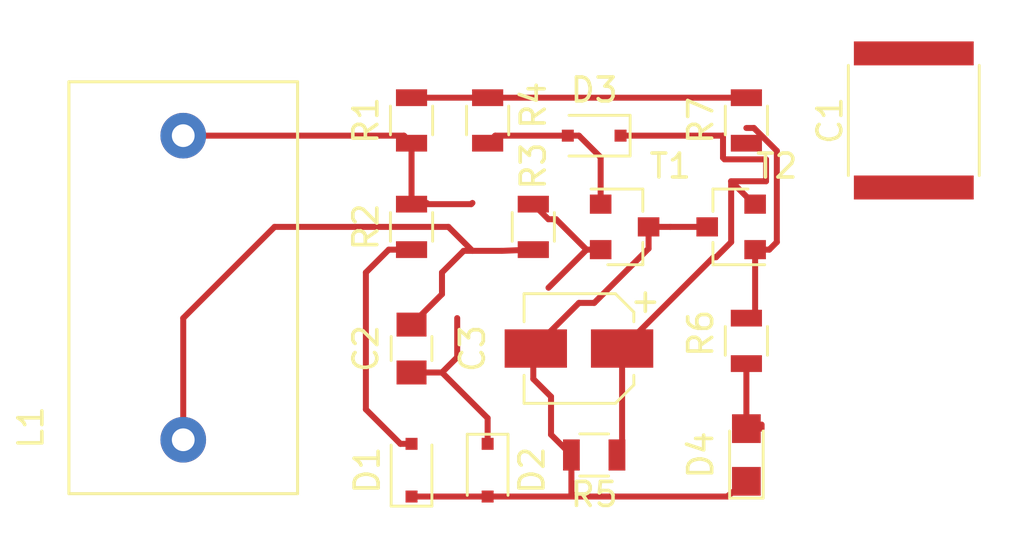
<source format=kicad_pcb>
(kicad_pcb (version 20211014) (generator pcbnew)
  (layers (0 "F.Cu" signal) (31 "B.Cu" signal) (34 "B.Paste" user) (35 "F.Paste" user) (36 "B.SilkS" user "B.Silkscreen") (37 "F.SilkS" user "F.Silkscreen") (38 "B.Mask" user) (39 "F.Mask" user) (44 "Edge.Cuts" user))
  (net 0 "")
  (net 1 "GND")
  (net 2 "Net-(D1-Pad2)")
  (net 3 "Net-(C1-Pad2)")
  (net 4 "+5P")
  (net 5 "Net-(C3-Pad1)")
  (net 6 "Net-(C1-Pad1)")
  (net 7 "Net-(D3-Pad2)")
  (net 8 "Net-(C2-Pad2)")
  (net 9 "Net-(D4-Pad2)")
  (net 10 "Net-(R6-Pad1)")
  (footprint "Diodes_SMD:D_SOD-323F" (layer "F.Cu") (at 73.025 83.82 90)
    (fp_text reference "D1" (at 0 -1.85 90) (layer "F.SilkS"))
    (fp_text value "1N4148")
    (fp_line (start -1.5 -0.85) (end 1.05 -0.85) (layer "F.SilkS") (width 0.12))
    (fp_line (start -1.5 -0.85) (end -1.5 0.85) (layer "F.SilkS") (width 0.12))
    (fp_line (start -1.5 0.85) (end 1.05 0.85) (layer "F.SilkS") (width 0.12))
    (pad "1" smd rect locked (at -1.1 0 90) (size 0.5 0.5) (layers "F.Cu" "F.Paste" "F.Mask") (net 1 "GND"))
    (pad "2" smd rect locked (at 1.1 0 90) (size 0.5 0.5) (layers "F.Cu" "F.Paste" "F.Mask") (net 2 "Net-(D1-Pad2)"))
  )
  (footprint "Diodes_SMD:D_SOD-323F" (layer "F.Cu") (at 76.2 83.82 -90)
    (fp_text reference "D2" (at 0 -1.85 90) (layer "F.SilkS"))
    (fp_text value "1N4148")
    (fp_line (start -1.5 0.85) (end 1.05 0.85) (layer "F.SilkS") (width 0.12))
    (fp_line (start -1.5 -0.85) (end 1.05 -0.85) (layer "F.SilkS") (width 0.12))
    (fp_line (start -1.5 -0.85) (end -1.5 0.85) (layer "F.SilkS") (width 0.12))
    (pad "1" smd rect locked (at -1.1 0 270) (size 0.5 0.5) (layers "F.Cu" "F.Paste" "F.Mask") (net 8 "Net-(C2-Pad2)"))
    (pad "2" smd rect locked (at 1.1 0 270) (size 0.5 0.5) (layers "F.Cu" "F.Paste" "F.Mask") (net 1 "GND"))
  )
  (footprint "Resistors_SMD:R_0805" (layer "F.Cu") (at 73.025 69.215 -90)
    (fp_text reference "R1" (at 0 1.905 90) (layer "F.SilkS"))
    (fp_text value "3k3")
    (fp_line (start 0.6 0.88) (end -0.6 0.88) (layer "F.SilkS") (width 0.12))
    (fp_line (start -0.6 -0.88) (end 0.6 -0.88) (layer "F.SilkS") (width 0.12))
    (pad "1" smd rect locked (at -0.95 0 270) (size 0.7 1.3) (layers "F.Cu" "F.Paste" "F.Mask") (net 4 "+5P"))
    (pad "2" smd rect locked (at 0.95 0 270) (size 0.7 1.3) (layers "F.Cu" "F.Paste" "F.Mask") (net 3 "Net-(C1-Pad2)"))
  )
  (footprint "Resistors_SMD:R_0805" (layer "F.Cu") (at 73.025 73.66 -90)
    (fp_text reference "R2" (at 0 1.905 90) (layer "F.SilkS"))
    (fp_text value "560")
    (fp_line (start 0.6 0.88) (end -0.6 0.88) (layer "F.SilkS") (width 0.12))
    (fp_line (start -0.6 -0.88) (end 0.6 -0.88) (layer "F.SilkS") (width 0.12))
    (pad "1" smd rect locked (at -0.95 0 270) (size 0.7 1.3) (layers "F.Cu" "F.Paste" "F.Mask") (net 3 "Net-(C1-Pad2)"))
    (pad "2" smd rect locked (at 0.95 0 270) (size 0.7 1.3) (layers "F.Cu" "F.Paste" "F.Mask") (net 2 "Net-(D1-Pad2)"))
  )
  (footprint "Resistors_SMD:R_0805" (layer "F.Cu") (at 78.105 73.66 -90)
    (fp_text reference "R3" (at -2.54 0 90) (layer "F.SilkS"))
    (fp_text value "220k")
    (fp_line (start -0.6 -0.88) (end 0.6 -0.88) (layer "F.SilkS") (width 0.12))
    (fp_line (start 0.6 0.88) (end -0.6 0.88) (layer "F.SilkS") (width 0.12))
    (pad "1" smd rect locked (at -0.95 0 270) (size 0.7 1.3) (layers "F.Cu" "F.Paste" "F.Mask") (net 8 "Net-(C2-Pad2)"))
    (pad "2" smd rect locked (at 0.95 0 270) (size 0.7 1.3) (layers "F.Cu" "F.Paste" "F.Mask") (net 6 "Net-(C1-Pad1)"))
  )
  (footprint "Resistors_SMD:R_0805" (layer "F.Cu") (at 76.2 69.215 -90)
    (fp_text reference "R4" (at -0.635 -1.905 90) (layer "F.SilkS"))
    (fp_text value "3k3")
    (fp_line (start 0.6 0.88) (end -0.6 0.88) (layer "F.SilkS") (width 0.12))
    (fp_line (start -0.6 -0.88) (end 0.6 -0.88) (layer "F.SilkS") (width 0.12))
    (pad "1" smd rect locked (at -0.95 0 270) (size 0.7 1.3) (layers "F.Cu" "F.Paste" "F.Mask") (net 4 "+5P"))
    (pad "2" smd rect locked (at 0.95 0 270) (size 0.7 1.3) (layers "F.Cu" "F.Paste" "F.Mask") (net 7 "Net-(D3-Pad2)"))
  )
  (footprint "Resistors_SMD:R_0805" (layer "F.Cu") (at 80.645 83.185 180)
    (fp_text reference "R5" (at 0 -1.65) (layer "F.SilkS"))
    (fp_text value "220k")
    (fp_line (start -0.6 -0.88) (end 0.6 -0.88) (layer "F.SilkS") (width 0.12))
    (fp_line (start 0.6 0.88) (end -0.6 0.88) (layer "F.SilkS") (width 0.12))
    (pad "1" smd rect locked (at -0.95 0 180) (size 0.7 1.3) (layers "F.Cu" "F.Paste" "F.Mask") (net 5 "Net-(C3-Pad1)"))
    (pad "2" smd rect locked (at 0.95 0 180) (size 0.7 1.3) (layers "F.Cu" "F.Paste" "F.Mask") (net 1 "GND"))
  )
  (footprint "Resistors_SMD:R_0805" (layer "F.Cu") (at 86.995 78.42 -90)
    (fp_text reference "R6" (at -0.315 1.905 90) (layer "F.SilkS"))
    (fp_text value "2k2")
    (fp_line (start 0.6 0.88) (end -0.6 0.88) (layer "F.SilkS") (width 0.12))
    (fp_line (start -0.6 -0.88) (end 0.6 -0.88) (layer "F.SilkS") (width 0.12))
    (pad "1" smd rect locked (at -0.95 0 270) (size 0.7 1.3) (layers "F.Cu" "F.Paste" "F.Mask") (net 10 "Net-(R6-Pad1)"))
    (pad "2" smd rect locked (at 0.95 0 270) (size 0.7 1.3) (layers "F.Cu" "F.Paste" "F.Mask") (net 9 "Net-(D4-Pad2)"))
  )
  (footprint "Resistors_SMD:R_0805" (layer "F.Cu") (at 86.995 69.215 -90)
    (fp_text reference "R7" (at 0 1.905 90) (layer "F.SilkS"))
    (fp_text value "10k")
    (fp_line (start 0.6 0.88) (end -0.6 0.88) (layer "F.SilkS") (width 0.12))
    (fp_line (start -0.6 -0.88) (end 0.6 -0.88) (layer "F.SilkS") (width 0.12))
    (pad "1" smd rect locked (at -0.95 0 270) (size 0.7 1.3) (layers "F.Cu" "F.Paste" "F.Mask") (net 4 "+5P"))
    (pad "2" smd rect locked (at 0.95 0 270) (size 0.7 1.3) (layers "F.Cu" "F.Paste" "F.Mask") (net 10 "Net-(R6-Pad1)"))
  )
  (footprint "TO_SOT_Packages_SMD:SOT-23" (layer "F.Cu") (at 81.915 73.66)
    (fp_text reference "T1" (at 1.905 -2.54) (layer "F.SilkS"))
    (fp_text value "BC547/BC847C")
    (fp_line (start 0.76 1.58) (end -0.7 1.58) (layer "F.SilkS") (width 0.12))
    (fp_line (start 0.76 1.58) (end 0.76 0.65) (layer "F.SilkS") (width 0.12))
    (fp_line (start 0.76 -1.58) (end 0.76 -0.65) (layer "F.SilkS") (width 0.12))
    (fp_line (start 0.76 -1.58) (end -1.4 -1.58) (layer "F.SilkS") (width 0.12))
    (pad "1" smd rect locked (at -1 -0.95) (size 0.9 0.8) (layers "F.Cu" "F.Paste" "F.Mask") (net 7 "Net-(D3-Pad2)"))
    (pad "2" smd rect locked (at -1 0.95) (size 0.9 0.8) (layers "F.Cu" "F.Paste" "F.Mask") (net 8 "Net-(C2-Pad2)"))
    (pad "3" smd rect locked (at 1 0) (size 0.9 0.8) (layers "F.Cu" "F.Paste" "F.Mask") (net 1 "GND"))
  )
  (footprint "TO_SOT_Packages_SMD:SOT-23" (layer "F.Cu") (at 86.36 73.66 180)
    (fp_text reference "T2" (at -1.905 2.54) (layer "F.SilkS"))
    (fp_text value "BS170")
    (fp_line (start 0.76 -1.58) (end 0.76 -0.65) (layer "F.SilkS") (width 0.12))
    (fp_line (start 0.76 -1.58) (end -1.4 -1.58) (layer "F.SilkS") (width 0.12))
    (fp_line (start 0.76 1.58) (end 0.76 0.65) (layer "F.SilkS") (width 0.12))
    (fp_line (start 0.76 1.58) (end -0.7 1.58) (layer "F.SilkS") (width 0.12))
    (pad "1" smd rect locked (at -1 -0.95 180) (size 0.9 0.8) (layers "F.Cu" "F.Paste" "F.Mask") (net 10 "Net-(R6-Pad1)"))
    (pad "2" smd rect locked (at -1 0.95 180) (size 0.9 0.8) (layers "F.Cu" "F.Paste" "F.Mask") (net 5 "Net-(C3-Pad1)"))
    (pad "3" smd rect locked (at 1 0 180) (size 0.9 0.8) (layers "F.Cu" "F.Paste" "F.Mask") (net 1 "GND"))
  )
  (footprint "Capacitors_SMD:C_0805" (layer "F.Cu") (at 73.025 78.74 -90)
    (fp_text reference "C2" (at 0 1.905 90) (layer "F.SilkS"))
    (fp_text value "10nF")
    (fp_line (start -0.5 0.85) (end 0.5 0.85) (layer "F.SilkS") (width 0.12))
    (fp_line (start 0.5 -0.85) (end -0.5 -0.85) (layer "F.SilkS") (width 0.12))
    (pad "1" smd rect locked (at -1 0 270) (size 1 1.25) (layers "F.Cu" "F.Paste" "F.Mask") (net 6 "Net-(C1-Pad1)"))
    (pad "2" smd rect locked (at 1 0 270) (size 1 1.25) (layers "F.Cu" "F.Paste" "F.Mask") (net 8 "Net-(C2-Pad2)"))
  )
  (footprint "LEDs:LED_0805" (layer "F.Cu") (at 86.995 83.185 90)
    (fp_text reference "D4" (at 0 -1.905 90) (layer "F.SilkS"))
    (fp_text value "LED")
    (fp_line (start -1.8 -0.7) (end -1.8 0.7) (layer "F.SilkS") (width 0.12))
    (fp_line (start -1.8 -0.7) (end 1 -0.7) (layer "F.SilkS") (width 0.12))
    (fp_line (start -1.8 0.7) (end 1 0.7) (layer "F.SilkS") (width 0.12))
    (pad "1" smd rect locked (at -1.1 0 270) (size 1.2 1.2) (layers "F.Cu" "F.Paste" "F.Mask") (net 1 "GND"))
    (pad "2" smd rect locked (at 1.1 0 270) (size 1.2 1.2) (layers "F.Cu" "F.Paste" "F.Mask") (net 9 "Net-(D4-Pad2)"))
  )
  (footprint "Capacitors_SMD:CP_Elec_4x5.3" (layer "F.Cu") (at 80.01 78.74 180)
    (fp_text reference "C3" (at 4.445 0 90) (layer "F.SilkS"))
    (fp_text value "1µF/16V")
    (fp_text user "+" (at -2.77 2.01) (layer "F.SilkS"))
    (fp_line (start -1.52 -2.29) (end -2.29 -1.52) (layer "F.SilkS") (width 0.12))
    (fp_line (start -2.29 1.52) (end -2.29 1.12) (layer "F.SilkS") (width 0.12))
    (fp_line (start 2.29 2.29) (end 2.29 1.12) (layer "F.SilkS") (width 0.12))
    (fp_line (start -1.52 2.29) (end -2.29 1.52) (layer "F.SilkS") (width 0.12))
    (fp_line (start -1.52 2.29) (end 2.29 2.29) (layer "F.SilkS") (width 0.12))
    (fp_line (start -1.52 -2.29) (end 2.29 -2.29) (layer "F.SilkS") (width 0.12))
    (fp_line (start -2.29 -1.52) (end -2.29 -1.12) (layer "F.SilkS") (width 0.12))
    (fp_line (start 2.29 -2.29) (end 2.29 -1.12) (layer "F.SilkS") (width 0.12))
    (pad "1" smd rect locked (at -1.8 0) (size 2.6 1.6) (layers "F.Cu" "F.Paste" "F.Mask") (net 5 "Net-(C3-Pad1)"))
    (pad "2" smd rect locked (at 1.8 0) (size 2.6 1.6) (layers "F.Cu" "F.Paste" "F.Mask") (net 1 "GND"))
  )
  (footprint "Diodes_SMD:D_SOD-323F" (layer "F.Cu") (at 80.645 69.85 180)
    (fp_text reference "D3" (at 0 1.905) (layer "F.SilkS"))
    (fp_text value "1N4148")
    (fp_line (start -1.5 0.85) (end 1.05 0.85) (layer "F.SilkS") (width 0.12))
    (fp_line (start -1.5 -0.85) (end -1.5 0.85) (layer "F.SilkS") (width 0.12))
    (fp_line (start -1.5 -0.85) (end 1.05 -0.85) (layer "F.SilkS") (width 0.12))
    (pad "1" smd rect locked (at -1.1 0 180) (size 0.5 0.5) (layers "F.Cu" "F.Paste" "F.Mask") (net 5 "Net-(C3-Pad1)"))
    (pad "2" smd rect locked (at 1.1 0 180) (size 0.5 0.5) (layers "F.Cu" "F.Paste" "F.Mask") (net 7 "Net-(D3-Pad2)"))
  )
  (footprint "Talema:AS-1xx" (layer "F.Cu") (at 63.5 76.2 90)
    (fp_text reference "L1" (at -5.835 -6.355 90) (layer "F.SilkS"))
    (fp_text value "Talema AS100")
    (fp_line (start 8.6 4.77) (end -8.6 4.77) (layer "F.SilkS") (width 0.127))
    (fp_line (start -8.6 4.77) (end -8.6 -4.77) (layer "F.SilkS") (width 0.127))
    (fp_line (start 8.6 -4.77) (end 8.6 4.77) (layer "F.SilkS") (width 0.127))
    (fp_line (start -8.6 -4.77) (end 8.6 -4.77) (layer "F.SilkS") (width 0.127))
    (pad "1" thru_hole circle locked (at -6.35 0 90) (size 1.905 1.905) (drill 0.95) (layers *.Cu *.Mask) (net 6 "Net-(C1-Pad1)"))
    (pad "2" thru_hole circle locked (at 6.35 0 90) (size 1.905 1.905) (drill 0.95) (layers *.Cu *.Mask) (net 3 "Net-(C1-Pad2)"))
  )
  (footprint "Capacitors_SMD:C_2220" (layer "F.Cu") (at 93.98 69.215 90)
    (fp_text reference "C1" (at 0 -3.5 90) (layer "F.SilkS"))
    (fp_text value "100nF (MKS)")
    (fp_line (start 2.3 -2.73) (end -2.3 -2.73) (layer "F.SilkS") (width 0.12))
    (fp_line (start -2.3 2.73) (end 2.3 2.73) (layer "F.SilkS") (width 0.12))
    (pad "1" smd rect locked (at -2.8 0 90) (size 1 5) (layers "F.Cu" "F.Paste" "F.Mask") (net 6 "Net-(C1-Pad1)"))
    (pad "2" smd rect locked (at 2.8 0 90) (size 1 5) (layers "F.Cu" "F.Paste" "F.Mask") (net 3 "Net-(C1-Pad2)"))
  )
  (segment (start 86.19 84.92) (end 86.995 84.285) (width 0.25) (layer "F.Cu") (net 1))
  (segment (start 78.845 80.75) (end 78.845 82.335) (width 0.25) (layer "F.Cu") (net 1))
  (segment (start 80.645 76.835) (end 80.01 76.835) (width 0.25) (layer "F.Cu") (net 1))
  (segment (start 79.695 84.775) (end 79.84 84.92) (width 0.25) (layer "F.Cu") (net 1))
  (segment (start 79.84 84.92) (end 86.19 84.92) (width 0.25) (layer "F.Cu") (net 1))
  (segment (start 76.2 84.92) (end 79.84 84.92) (width 0.25) (layer "F.Cu") (net 1))
  (segment (start 78.105 80.01) (end 78.845 80.75) (width 0.25) (layer "F.Cu") (net 1))
  (segment (start 85.36 73.66) (end 83.82 73.66) (width 0.25) (layer "F.Cu") (net 1))
  (segment (start 78.105 78.74) (end 78.105 80.01) (width 0.25) (layer "F.Cu") (net 1))
  (segment (start 82.915 73.66) (end 82.915 74.565) (width 0.25) (layer "F.Cu") (net 1))
  (segment (start 73.025 84.92) (end 76.2 84.92) (width 0.25) (layer "F.Cu") (net 1))
  (segment (start 79.695 83.185) (end 79.695 84.775) (width 0.25) (layer "F.Cu") (net 1))
  (segment (start 78.845 82.335) (end 79.695 83.185) (width 0.25) (layer "F.Cu") (net 1))
  (segment (start 82.915 74.565) (end 80.645 76.835) (width 0.25) (layer "F.Cu") (net 1))
  (segment (start 80.01 76.835) (end 78.105 78.74) (width 0.25) (layer "F.Cu") (net 1))
  (segment (start 83.82 73.66) (end 82.915 73.66) (width 0.25) (layer "F.Cu") (net 1))
  (segment (start 72.075 74.61) (end 71.12 75.565) (width 0.25) (layer "F.Cu") (net 2))
  (segment (start 71.12 75.565) (end 71.12 81.28) (width 0.25) (layer "F.Cu") (net 2))
  (segment (start 73.025 74.61) (end 72.075 74.61) (width 0.25) (layer "F.Cu") (net 2))
  (segment (start 71.12 81.28) (end 72.56 82.72) (width 0.25) (layer "F.Cu") (net 2))
  (segment (start 72.56 82.72) (end 73.025 82.72) (width 0.25) (layer "F.Cu") (net 2))
  (segment (start 73.61 72.71) (end 73.66 72.66) (width 0.25) (layer "F.Cu") (net 3))
  (segment (start 75.515 72.71) (end 75.565 72.66) (width 0.25) (layer "F.Cu") (net 3))
  (segment (start 73.025 70.165) (end 73.025 72.71) (width 0.25) (layer "F.Cu") (net 3))
  (segment (start 72.71 69.85) (end 73.025 70.165) (width 0.25) (layer "F.Cu") (net 3))
  (segment (start 63.5 69.85) (end 72.71 69.85) (width 0.25) (layer "F.Cu") (net 3))
  (segment (start 73.025 72.71) (end 75.515 72.71) (width 0.25) (layer "F.Cu") (net 3))
  (segment (start 73.025 68.265) (end 76.2 68.265) (width 0.25) (layer "F.Cu") (net 4))
  (segment (start 86.995 68.265) (end 76.2 68.265) (width 0.25) (layer "F.Cu") (net 4))
  (segment (start 87.36 72.71) (end 87.315 72.71) (width 0.25) (layer "F.Cu") (net 5))
  (segment (start 87.315 72.71) (end 86.36 71.755) (width 0.25) (layer "F.Cu") (net 5))
  (segment (start 86.36 71.755) (end 86.36 74.295) (width 0.25) (layer "F.Cu") (net 5))
  (segment (start 87.81499 71.755) (end 86.36 71.755) (width 0.25) (layer "F.Cu") (net 5))
  (segment (start 85.725 74.93) (end 85.62 74.93) (width 0.25) (layer "F.Cu") (net 5))
  (segment (start 81.81 82.97) (end 81.595 83.185) (width 0.25) (layer "F.Cu") (net 5))
  (segment (start 86.019999 69.85) (end 86.019999 70.775001) (width 0.25) (layer "F.Cu") (net 5))
  (segment (start 86.084999 70.840001) (end 87.81499 70.840001) (width 0.25) (layer "F.Cu") (net 5))
  (segment (start 86.36 74.295) (end 85.725 74.93) (width 0.25) (layer "F.Cu") (net 5))
  (segment (start 87.81499 70.840001) (end 87.81499 71.755) (width 0.25) (layer "F.Cu") (net 5))
  (segment (start 86.019999 70.775001) (end 86.084999 70.840001) (width 0.25) (layer "F.Cu") (net 5))
  (segment (start 81.745 69.85) (end 86.019999 69.85) (width 0.25) (layer "F.Cu") (net 5))
  (segment (start 85.62 74.93) (end 81.81 78.74) (width 0.25) (layer "F.Cu") (net 5))
  (segment (start 81.81 78.74) (end 81.81 82.97) (width 0.25) (layer "F.Cu") (net 5))
  (segment (start 76.79 74.66) (end 78.105 74.61) (width 0.25) (layer "F.Cu") (net 6))
  (segment (start 74.295 76.47) (end 73.025 77.74) (width 0.25) (layer "F.Cu") (net 6))
  (segment (start 75.565 74.66) (end 76.79 74.66) (width 0.25) (layer "F.Cu") (net 6))
  (segment (start 75.565 74.66) (end 75.2 74.66) (width 0.25) (layer "F.Cu") (net 6))
  (segment (start 74.565 73.66) (end 75.565 74.66) (width 0.25) (layer "F.Cu") (net 6))
  (segment (start 74.295 75.565) (end 74.295 76.47) (width 0.25) (layer "F.Cu") (net 6))
  (segment (start 63.5 77.47) (end 67.31 73.66) (width 0.25) (layer "F.Cu") (net 6))
  (segment (start 63.5 82.55) (end 63.5 77.47) (width 0.25) (layer "F.Cu") (net 6))
  (segment (start 67.31 73.66) (end 74.565 73.66) (width 0.25) (layer "F.Cu") (net 6))
  (segment (start 75.2 74.66) (end 74.295 75.565) (width 0.25) (layer "F.Cu") (net 6))
  (segment (start 79.545 69.85) (end 80.01 69.85) (width 0.25) (layer "F.Cu") (net 7))
  (segment (start 79.545 69.85) (end 76.515 69.85) (width 0.25) (layer "F.Cu") (net 7))
  (segment (start 80.01 69.85) (end 80.915 70.755) (width 0.25) (layer "F.Cu") (net 7))
  (segment (start 80.915 70.755) (end 80.915 72.71) (width 0.25) (layer "F.Cu") (net 7))
  (segment (start 76.515 69.85) (end 76.2 70.165) (width 0.25) (layer "F.Cu") (net 7))
  (segment (start 74.295 79.74) (end 73.025 79.74) (width 0.25) (layer "F.Cu") (net 8))
  (segment (start 74.93 79.105) (end 74.295 79.74) (width 0.25) (layer "F.Cu") (net 8))
  (segment (start 80.325 74.615) (end 78.74 76.2) (width 0.25) (layer "F.Cu") (net 8))
  (segment (start 76.2 81.645) (end 76.2 82.72) (width 0.25) (layer "F.Cu") (net 8))
  (segment (start 80.325 74.61) (end 80.915 74.61) (width 0.25) (layer "F.Cu") (net 8))
  (segment (start 78.735 73.34) (end 78.105 72.71) (width 0.25) (layer "F.Cu") (net 8))
  (segment (start 80.325 74.61) (end 80.325 74.615) (width 0.25) (layer "F.Cu") (net 8))
  (segment (start 74.93 77.47) (end 74.93 79.105) (width 0.25) (layer "F.Cu") (net 8))
  (segment (start 74.295 79.74) (end 76.2 81.645) (width 0.25) (layer "F.Cu") (net 8))
  (segment (start 78.735 73.34) (end 79.055 73.34) (width 0.25) (layer "F.Cu") (net 8))
  (segment (start 79.055 73.34) (end 80.325 74.61) (width 0.25) (layer "F.Cu") (net 8))
  (segment (start 86.995 79.37) (end 86.995 82.085) (width 0.25) (layer "F.Cu") (net 9))
  (segment (start 87.63 82.085) (end 87.63 81.915) (width 0.25) (layer "F.Cu") (net 9))
  (segment (start 86.995 69.53) (end 87.31 69.53) (width 0.25) (layer "F.Cu") (net 10))
  (segment (start 87.95 74.61) (end 87.36 74.61) (width 0.25) (layer "F.Cu") (net 10))
  (segment (start 88.265 70.485) (end 88.265 74.295) (width 0.25) (layer "F.Cu") (net 10))
  (segment (start 87.36 74.61) (end 87.36 77.2) (width 0.25) (layer "F.Cu") (net 10))
  (segment (start 87.31 69.53) (end 88.265 70.485) (width 0.25) (layer "F.Cu") (net 10))
  (segment (start 88.265 74.295) (end 87.95 74.61) (width 0.25) (layer "F.Cu") (net 10))
  (segment (start 87.36 77.2) (end 86.995 77.47) (width 0.25) (layer "F.Cu") (net 10))
)
</source>
